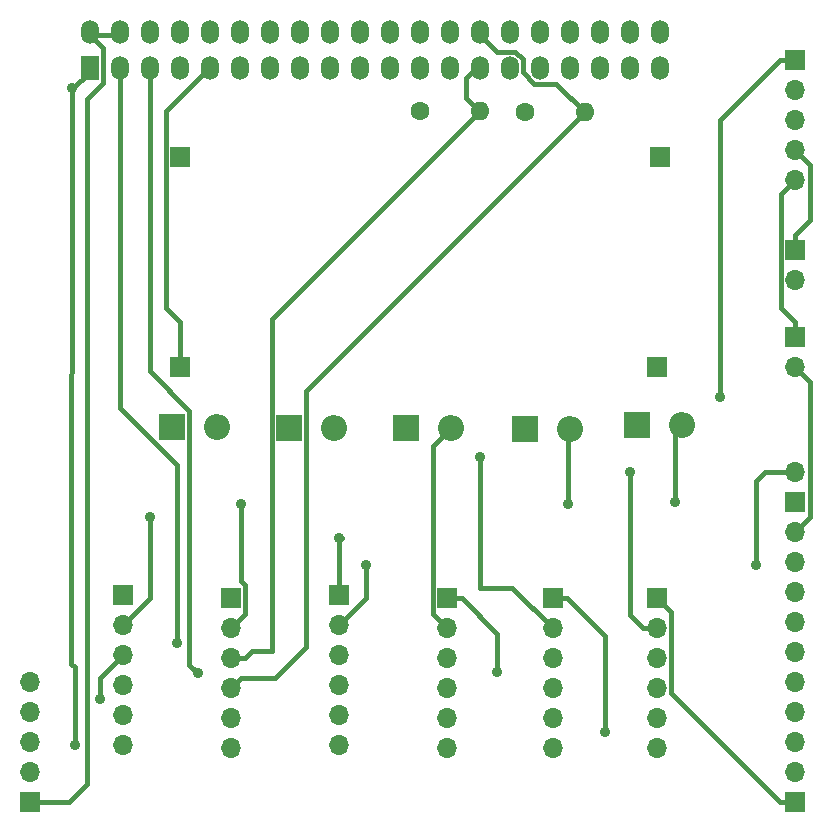
<source format=gbr>
G04 #@! TF.GenerationSoftware,KiCad,Pcbnew,(5.0.1)-4*
G04 #@! TF.CreationDate,2018-12-13T18:51:49-05:00*
G04 #@! TF.ProjectId,pihat_template,70696861745F74656D706C6174652E6B,B1.1*
G04 #@! TF.SameCoordinates,Original*
G04 #@! TF.FileFunction,Copper,L1,Top,Signal*
G04 #@! TF.FilePolarity,Positive*
%FSLAX46Y46*%
G04 Gerber Fmt 4.6, Leading zero omitted, Abs format (unit mm)*
G04 Created by KiCad (PCBNEW (5.0.1)-4) date 12/13/2018 6:51:49 PM*
%MOMM*%
%LPD*%
G01*
G04 APERTURE LIST*
G04 #@! TA.AperFunction,ComponentPad*
%ADD10R,1.700000X1.700000*%
G04 #@! TD*
G04 #@! TA.AperFunction,ComponentPad*
%ADD11O,1.700000X1.700000*%
G04 #@! TD*
G04 #@! TA.AperFunction,ComponentPad*
%ADD12O,1.600000X1.600000*%
G04 #@! TD*
G04 #@! TA.AperFunction,ComponentPad*
%ADD13C,1.600000*%
G04 #@! TD*
G04 #@! TA.AperFunction,ComponentPad*
%ADD14O,2.200000X2.200000*%
G04 #@! TD*
G04 #@! TA.AperFunction,ComponentPad*
%ADD15R,2.200000X2.200000*%
G04 #@! TD*
G04 #@! TA.AperFunction,ComponentPad*
%ADD16R,1.524000X1.998980*%
G04 #@! TD*
G04 #@! TA.AperFunction,ComponentPad*
%ADD17O,1.524000X1.998980*%
G04 #@! TD*
G04 #@! TA.AperFunction,ViaPad*
%ADD18C,0.889000*%
G04 #@! TD*
G04 #@! TA.AperFunction,Conductor*
%ADD19C,0.400000*%
G04 #@! TD*
G04 APERTURE END LIST*
D10*
G04 #@! TO.P,J11,1*
G04 #@! TO.N,X-In*
X125248000Y-121258000D03*
D11*
G04 #@! TO.P,J11,2*
G04 #@! TO.N,X-Out*
X125248000Y-123798000D03*
G04 #@! TO.P,J11,3*
G04 #@! TO.N,SDA_3*
X125248000Y-126338000D03*
G04 #@! TO.P,J11,4*
G04 #@! TO.N,SCL_3*
X125248000Y-128878000D03*
G04 #@! TO.P,J11,5*
G04 #@! TO.N,GND*
X125248000Y-131418000D03*
G04 #@! TO.P,J11,6*
G04 #@! TO.N,+3V3*
X125248000Y-133958000D03*
G04 #@! TD*
D10*
G04 #@! TO.P,OUT-,1*
G04 #@! TO.N,GND*
X161316000Y-101700000D03*
G04 #@! TD*
G04 #@! TO.P,IN+,1*
G04 #@! TO.N,Net-(J13-Pad1)*
X120930000Y-83920000D03*
G04 #@! TD*
G04 #@! TO.P,IN-,1*
G04 #@! TO.N,GND*
X120930000Y-101700000D03*
G04 #@! TD*
G04 #@! TO.P,OUT+,1*
G04 #@! TO.N,Net-(J15-Pad1)*
X161570000Y-83920000D03*
G04 #@! TD*
G04 #@! TO.P,J6,1*
G04 #@! TO.N,+5V*
X108230000Y-138530000D03*
D11*
G04 #@! TO.P,J6,2*
G04 #@! TO.N,+3V3*
X108230000Y-135990000D03*
G04 #@! TO.P,J6,3*
G04 #@! TO.N,GND*
X108230000Y-133450000D03*
G04 #@! TO.P,J6,4*
G04 #@! TO.N,SDA_3*
X108230000Y-130910000D03*
G04 #@! TO.P,J6,5*
G04 #@! TO.N,SCL_3*
X108230000Y-128370000D03*
G04 #@! TD*
D12*
G04 #@! TO.P,R1,2*
G04 #@! TO.N,SCL_3*
X155220000Y-80110000D03*
D13*
G04 #@! TO.P,R1,1*
G04 #@! TO.N,+3V3*
X150140000Y-80110000D03*
G04 #@! TD*
G04 #@! TO.P,R2,1*
G04 #@! TO.N,+3V3*
X141250000Y-80046500D03*
D12*
G04 #@! TO.P,R2,2*
G04 #@! TO.N,SDA_3*
X146330000Y-80046500D03*
G04 #@! TD*
D10*
G04 #@! TO.P,J2,1*
G04 #@! TO.N,VbattIn*
X173000000Y-113130000D03*
D11*
G04 #@! TO.P,J2,2*
G04 #@! TO.N,VbattOut*
X173000000Y-110590000D03*
G04 #@! TD*
G04 #@! TO.P,J4,2*
G04 #@! TO.N,GND*
X173000000Y-94334000D03*
D10*
G04 #@! TO.P,J4,1*
G04 #@! TO.N,Net-(J3-Pad1)*
X173000000Y-91794000D03*
G04 #@! TD*
G04 #@! TO.P,J3,1*
G04 #@! TO.N,Net-(J4-Pad1)*
X173000000Y-99160000D03*
D11*
G04 #@! TO.P,J3,2*
G04 #@! TO.N,GND*
X173000000Y-101700000D03*
G04 #@! TD*
D10*
G04 #@! TO.P,J10,1*
G04 #@! TO.N,VbattIn*
X134392000Y-121004000D03*
D11*
G04 #@! TO.P,J10,2*
G04 #@! TO.N,VbattOut*
X134392000Y-123544000D03*
G04 #@! TO.P,J10,3*
G04 #@! TO.N,SDA_1*
X134392000Y-126084000D03*
G04 #@! TO.P,J10,4*
G04 #@! TO.N,SCL_1*
X134392000Y-128624000D03*
G04 #@! TO.P,J10,5*
G04 #@! TO.N,GND*
X134392000Y-131164000D03*
G04 #@! TO.P,J10,6*
G04 #@! TO.N,+3V3*
X134392000Y-133704000D03*
G04 #@! TD*
G04 #@! TO.P,J12,6*
G04 #@! TO.N,+3V3*
X116104000Y-133704000D03*
G04 #@! TO.P,J12,5*
G04 #@! TO.N,GND*
X116104000Y-131164000D03*
G04 #@! TO.P,J12,4*
G04 #@! TO.N,SCL_3*
X116104000Y-128624000D03*
G04 #@! TO.P,J12,3*
G04 #@! TO.N,SDA_3*
X116104000Y-126084000D03*
G04 #@! TO.P,J12,2*
G04 #@! TO.N,Y-Out*
X116104000Y-123544000D03*
D10*
G04 #@! TO.P,J12,1*
G04 #@! TO.N,Y-In*
X116104000Y-121004000D03*
G04 #@! TD*
G04 #@! TO.P,J8,1*
G04 #@! TO.N,Y+In*
X152489500Y-121258000D03*
D11*
G04 #@! TO.P,J8,2*
G04 #@! TO.N,Y+Out*
X152489500Y-123798000D03*
G04 #@! TO.P,J8,3*
G04 #@! TO.N,SDA_1*
X152489500Y-126338000D03*
G04 #@! TO.P,J8,4*
G04 #@! TO.N,SCL_1*
X152489500Y-128878000D03*
G04 #@! TO.P,J8,5*
G04 #@! TO.N,GND*
X152489500Y-131418000D03*
G04 #@! TO.P,J8,6*
G04 #@! TO.N,+3V3*
X152489500Y-133958000D03*
G04 #@! TD*
G04 #@! TO.P,J7,6*
G04 #@! TO.N,+3V3*
X161316000Y-133958000D03*
G04 #@! TO.P,J7,5*
G04 #@! TO.N,GND*
X161316000Y-131418000D03*
G04 #@! TO.P,J7,4*
G04 #@! TO.N,SCL_1*
X161316000Y-128878000D03*
G04 #@! TO.P,J7,3*
G04 #@! TO.N,SDA_1*
X161316000Y-126338000D03*
G04 #@! TO.P,J7,2*
G04 #@! TO.N,X+Out*
X161316000Y-123798000D03*
D10*
G04 #@! TO.P,J7,1*
G04 #@! TO.N,X+In*
X161316000Y-121258000D03*
G04 #@! TD*
G04 #@! TO.P,J9,1*
G04 #@! TO.N,Z+In*
X143536000Y-121258000D03*
D11*
G04 #@! TO.P,J9,2*
G04 #@! TO.N,Z+Out*
X143536000Y-123798000D03*
G04 #@! TO.P,J9,3*
G04 #@! TO.N,SDA_1*
X143536000Y-126338000D03*
G04 #@! TO.P,J9,4*
G04 #@! TO.N,SCL_1*
X143536000Y-128878000D03*
G04 #@! TO.P,J9,5*
G04 #@! TO.N,GND*
X143536000Y-131418000D03*
G04 #@! TO.P,J9,6*
G04 #@! TO.N,+3V3*
X143536000Y-133958000D03*
G04 #@! TD*
D10*
G04 #@! TO.P,J1,1*
G04 #@! TO.N,X+In*
X173000000Y-138530000D03*
D11*
G04 #@! TO.P,J1,2*
G04 #@! TO.N,GND*
X173000000Y-135990000D03*
G04 #@! TO.P,J1,3*
G04 #@! TO.N,Y+In*
X173000000Y-133450000D03*
G04 #@! TO.P,J1,4*
G04 #@! TO.N,GND*
X173000000Y-130910000D03*
G04 #@! TO.P,J1,5*
G04 #@! TO.N,Z+In*
X173000000Y-128370000D03*
G04 #@! TO.P,J1,6*
G04 #@! TO.N,GND*
X173000000Y-125830000D03*
G04 #@! TO.P,J1,7*
G04 #@! TO.N,X-In*
X173000000Y-123290000D03*
G04 #@! TO.P,J1,8*
G04 #@! TO.N,GND*
X173000000Y-120750000D03*
G04 #@! TO.P,J1,9*
G04 #@! TO.N,Y-In*
X173000000Y-118210000D03*
G04 #@! TO.P,J1,10*
G04 #@! TO.N,GND*
X173000000Y-115670000D03*
G04 #@! TD*
D14*
G04 #@! TO.P,D4,2*
G04 #@! TO.N,X-Out*
X153950000Y-106907000D03*
D15*
G04 #@! TO.P,D4,1*
G04 #@! TO.N,Net-(D1-Pad1)*
X150140000Y-106907000D03*
G04 #@! TD*
G04 #@! TO.P,D3,1*
G04 #@! TO.N,Net-(D1-Pad1)*
X140043500Y-106843500D03*
D14*
G04 #@! TO.P,D3,2*
G04 #@! TO.N,Z+Out*
X143853500Y-106843500D03*
G04 #@! TD*
G04 #@! TO.P,D5,2*
G04 #@! TO.N,Y-Out*
X163411500Y-106589500D03*
D15*
G04 #@! TO.P,D5,1*
G04 #@! TO.N,Net-(D1-Pad1)*
X159601500Y-106589500D03*
G04 #@! TD*
G04 #@! TO.P,D2,1*
G04 #@! TO.N,Net-(D1-Pad1)*
X130201000Y-106843500D03*
D14*
G04 #@! TO.P,D2,2*
G04 #@! TO.N,Y+Out*
X134011000Y-106843500D03*
G04 #@! TD*
D10*
G04 #@! TO.P,J5,1*
G04 #@! TO.N,Net-(D1-Pad1)*
X173000000Y-75665000D03*
D11*
G04 #@! TO.P,J5,2*
G04 #@! TO.N,Net-(J13-Pad1)*
X173000000Y-78205000D03*
G04 #@! TO.P,J5,3*
G04 #@! TO.N,Net-(J15-Pad1)*
X173000000Y-80745000D03*
G04 #@! TO.P,J5,4*
G04 #@! TO.N,Net-(J3-Pad1)*
X173000000Y-83285000D03*
G04 #@! TO.P,J5,5*
G04 #@! TO.N,Net-(J4-Pad1)*
X173000000Y-85825000D03*
G04 #@! TD*
D15*
G04 #@! TO.P,D1,1*
G04 #@! TO.N,Net-(D1-Pad1)*
X120295000Y-106780000D03*
D14*
G04 #@! TO.P,D1,2*
G04 #@! TO.N,X+Out*
X124105000Y-106780000D03*
G04 #@! TD*
D16*
G04 #@! TO.P,GPIO,1*
G04 #@! TO.N,+3V3*
X113290000Y-76338920D03*
D17*
G04 #@! TO.P,GPIO,2*
G04 #@! TO.N,+5V*
X113290000Y-73301080D03*
G04 #@! TO.P,GPIO,3*
G04 #@! TO.N,SDA_1*
X115830000Y-76338920D03*
G04 #@! TO.P,GPIO,4*
G04 #@! TO.N,+5V*
X115830000Y-73301080D03*
G04 #@! TO.P,GPIO,5*
G04 #@! TO.N,SCL_1*
X118370000Y-76338920D03*
G04 #@! TO.P,GPIO,6*
G04 #@! TO.N,GND*
X118370000Y-73301080D03*
G04 #@! TO.P,GPIO,7*
G04 #@! TO.N,Net-(P3-Pad7)*
X120910000Y-76338920D03*
G04 #@! TO.P,GPIO,8*
G04 #@! TO.N,Net-(P3-Pad8)*
X120910000Y-73301080D03*
G04 #@! TO.P,GPIO,9*
G04 #@! TO.N,GND*
X123450000Y-76338920D03*
G04 #@! TO.P,GPIO,10*
G04 #@! TO.N,Net-(P3-Pad10)*
X123450000Y-73301080D03*
G04 #@! TO.P,GPIO,11*
G04 #@! TO.N,Net-(P3-Pad11)*
X125990000Y-76338920D03*
G04 #@! TO.P,GPIO,12*
G04 #@! TO.N,Net-(P3-Pad12)*
X125990000Y-73301080D03*
G04 #@! TO.P,GPIO,13*
G04 #@! TO.N,Net-(P3-Pad13)*
X128530000Y-76338920D03*
G04 #@! TO.P,GPIO,14*
G04 #@! TO.N,GND*
X128530000Y-73301080D03*
G04 #@! TO.P,GPIO,15*
G04 #@! TO.N,Net-(P3-Pad15)*
X131070000Y-76338920D03*
G04 #@! TO.P,GPIO,16*
G04 #@! TO.N,Net-(P3-Pad16)*
X131070000Y-73301080D03*
G04 #@! TO.P,GPIO,17*
G04 #@! TO.N,Net-(P3-Pad17)*
X133610000Y-76338920D03*
G04 #@! TO.P,GPIO,18*
G04 #@! TO.N,Net-(P3-Pad18)*
X133610000Y-73301080D03*
G04 #@! TO.P,GPIO,19*
G04 #@! TO.N,Net-(P3-Pad19)*
X136150000Y-76338920D03*
G04 #@! TO.P,GPIO,20*
G04 #@! TO.N,GND*
X136150000Y-73301080D03*
G04 #@! TO.P,GPIO,21*
G04 #@! TO.N,Net-(P3-Pad21)*
X138690000Y-76338920D03*
G04 #@! TO.P,GPIO,22*
G04 #@! TO.N,Net-(P3-Pad22)*
X138690000Y-73301080D03*
G04 #@! TO.P,GPIO,23*
G04 #@! TO.N,Net-(P3-Pad23)*
X141230000Y-76338920D03*
G04 #@! TO.P,GPIO,24*
G04 #@! TO.N,Net-(P3-Pad24)*
X141230000Y-73301080D03*
G04 #@! TO.P,GPIO,25*
G04 #@! TO.N,GND*
X143770000Y-76338920D03*
G04 #@! TO.P,GPIO,26*
G04 #@! TO.N,Net-(P3-Pad26)*
X143770000Y-73301080D03*
G04 #@! TO.P,GPIO,27*
G04 #@! TO.N,SDA_3*
X146310000Y-76338920D03*
G04 #@! TO.P,GPIO,28*
G04 #@! TO.N,SCL_3*
X146310000Y-73301080D03*
G04 #@! TO.P,GPIO,29*
G04 #@! TO.N,Net-(P3-Pad29)*
X148850000Y-76338920D03*
G04 #@! TO.P,GPIO,30*
G04 #@! TO.N,GND*
X148850000Y-73301080D03*
G04 #@! TO.P,GPIO,31*
G04 #@! TO.N,Net-(P3-Pad31)*
X151390000Y-76338920D03*
G04 #@! TO.P,GPIO,32*
G04 #@! TO.N,Net-(P3-Pad32)*
X151390000Y-73301080D03*
G04 #@! TO.P,GPIO,33*
G04 #@! TO.N,Net-(P3-Pad33)*
X153930000Y-76338920D03*
G04 #@! TO.P,GPIO,34*
G04 #@! TO.N,GND*
X153930000Y-73301080D03*
G04 #@! TO.P,GPIO,35*
G04 #@! TO.N,Net-(P3-Pad35)*
X156470000Y-76338920D03*
G04 #@! TO.P,GPIO,36*
G04 #@! TO.N,Net-(P3-Pad36)*
X156470000Y-73301080D03*
G04 #@! TO.P,GPIO,37*
G04 #@! TO.N,Net-(P3-Pad37)*
X159010000Y-76338920D03*
G04 #@! TO.P,GPIO,38*
G04 #@! TO.N,N/C*
X159010000Y-73301080D03*
G04 #@! TO.P,GPIO,39*
G04 #@! TO.N,GND*
X161550000Y-76338920D03*
G04 #@! TO.P,GPIO,40*
G04 #@! TO.N,Net-(P3-Pad40)*
X161550000Y-73301080D03*
G04 #@! TD*
D18*
G04 #@! TO.N,SDA_1*
X120676000Y-125068000D03*
G04 #@! TO.N,SCL_1*
X122454000Y-127608000D03*
G04 #@! TO.N,Net-(D1-Pad1)*
X166650000Y-104240000D03*
G04 #@! TO.N,X+Out*
X159030000Y-110590000D03*
G04 #@! TO.N,Y+In*
X156928001Y-132618001D03*
G04 #@! TO.N,Z+In*
X147784001Y-127538001D03*
G04 #@! TO.N,VbattIn*
X134392000Y-116178000D03*
G04 #@! TO.N,VbattOut*
X169751928Y-118410072D03*
X136678000Y-118464000D03*
G04 #@! TO.N,+3V3*
X112040000Y-133704000D03*
X111786000Y-78078000D03*
G04 #@! TO.N,Y+Out*
X146330000Y-109320000D03*
G04 #@! TO.N,Y-Out*
X118390000Y-114400000D03*
X118390000Y-114400000D03*
X162840000Y-113130000D03*
G04 #@! TO.N,X-Out*
X126130501Y-113250501D03*
X126130501Y-113250501D03*
X153829499Y-113250501D03*
G04 #@! TO.N,SDA_3*
X114159999Y-129806001D03*
G04 #@! TD*
D19*
G04 #@! TO.N,GND*
X123450000Y-76090000D02*
X123450000Y-76320000D01*
X120930000Y-97910000D02*
X120930000Y-99160000D01*
X119729999Y-96709999D02*
X120930000Y-97910000D01*
X119729999Y-80040001D02*
X119729999Y-96709999D01*
X123450000Y-76320000D02*
X119729999Y-80040001D01*
X173849999Y-114820001D02*
X173000000Y-115670000D01*
X174270000Y-114400000D02*
X173849999Y-114820001D01*
X174270000Y-102970000D02*
X174270000Y-114400000D01*
X173000000Y-101700000D02*
X174270000Y-102970000D01*
X120930000Y-99160000D02*
X120930000Y-101700000D01*
G04 #@! TO.N,+5V*
X113290000Y-73550000D02*
X115830000Y-73550000D01*
X114402001Y-74662001D02*
X113290000Y-73550000D01*
X114402001Y-77618411D02*
X114402001Y-74662001D01*
X113056000Y-78964412D02*
X114402001Y-77618411D01*
X113056000Y-137006000D02*
X113056000Y-78964412D01*
X108230000Y-138530000D02*
X111532000Y-138530000D01*
X111532000Y-138530000D02*
X113056000Y-137006000D01*
G04 #@! TO.N,SDA_1*
X115830000Y-105145002D02*
X115830000Y-76090000D01*
X120676000Y-109991002D02*
X120676000Y-125068000D01*
X115830000Y-105145002D02*
X120676000Y-109991002D01*
G04 #@! TO.N,SCL_1*
X118370000Y-102024998D02*
X118370000Y-76090000D01*
X121745001Y-105399999D02*
X118370000Y-102024998D01*
X121745001Y-126899001D02*
X121745001Y-105399999D01*
X122454000Y-127608000D02*
X121745001Y-126899001D01*
G04 #@! TO.N,Net-(D1-Pad1)*
X171750000Y-75665000D02*
X173000000Y-75665000D01*
X166650000Y-80765000D02*
X171750000Y-75665000D01*
X166650000Y-104240000D02*
X166650000Y-80765000D01*
G04 #@! TO.N,X+Out*
X159030000Y-110590000D02*
X159030000Y-110590000D01*
X159030000Y-111218617D02*
X159030000Y-110590000D01*
X159030000Y-122714081D02*
X159030000Y-111218617D01*
X160113919Y-123798000D02*
X159030000Y-122714081D01*
X161316000Y-123798000D02*
X160113919Y-123798000D01*
G04 #@! TO.N,X+In*
X162516001Y-122458001D02*
X161316000Y-121258000D01*
X162516001Y-129296001D02*
X162516001Y-122458001D01*
X171750000Y-138530000D02*
X162516001Y-129296001D01*
X173000000Y-138530000D02*
X171750000Y-138530000D01*
G04 #@! TO.N,Y+In*
X153739500Y-121258000D02*
X152489500Y-121258000D01*
X156928001Y-124446501D02*
X153739500Y-121258000D01*
X156928001Y-132618001D02*
X156928001Y-124446501D01*
G04 #@! TO.N,Z+In*
X144786000Y-121258000D02*
X143536000Y-121258000D01*
X147784001Y-124256001D02*
X144786000Y-121258000D01*
X147784001Y-127538001D02*
X147784001Y-124256001D01*
G04 #@! TO.N,VbattIn*
X134392000Y-121004000D02*
X134392000Y-116178000D01*
X134392000Y-115924000D02*
X134646000Y-116178000D01*
X134392000Y-116178000D02*
X134392000Y-115924000D01*
G04 #@! TO.N,VbattOut*
X170460000Y-110590000D02*
X173000000Y-110590000D01*
X169751928Y-111298072D02*
X170460000Y-110590000D01*
X169751928Y-111298072D02*
X169751928Y-118410072D01*
X169751928Y-118210000D02*
X169751928Y-118410072D01*
X169751928Y-118410072D02*
X169751928Y-118210000D01*
X136678000Y-121258000D02*
X134392000Y-123544000D01*
X136678000Y-118464000D02*
X136678000Y-121258000D01*
G04 #@! TO.N,+3V3*
X113290000Y-76090000D02*
X113290000Y-76574000D01*
X112040000Y-133704000D02*
X112040000Y-133704000D01*
X112040000Y-127608000D02*
X112040000Y-133704000D01*
X112040000Y-127100000D02*
X112040000Y-127608000D01*
X111737952Y-126797952D02*
X112040000Y-127100000D01*
X111786000Y-78078000D02*
X111737952Y-126797952D01*
X113290000Y-76090000D02*
X113290000Y-76828000D01*
X113290000Y-76828000D02*
X111786000Y-78078000D01*
G04 #@! TO.N,Y+Out*
X146330000Y-109320000D02*
X146330000Y-109320000D01*
X146330000Y-120369000D02*
X146330000Y-119480000D01*
X146330000Y-120369000D02*
X146330000Y-118210000D01*
X146330000Y-119099000D02*
X146330000Y-118210000D01*
X146330000Y-118210000D02*
X146330000Y-109320000D01*
X149060500Y-120369000D02*
X152489500Y-123798000D01*
X146330000Y-120369000D02*
X149060500Y-120369000D01*
G04 #@! TO.N,Y-Out*
X118390000Y-114400000D02*
X118390000Y-114400000D01*
X118390000Y-114400000D02*
X118390000Y-114400000D01*
X162840000Y-107161000D02*
X163411500Y-106589500D01*
X162840000Y-113130000D02*
X162840000Y-107161000D01*
X118390000Y-121258000D02*
X118390000Y-114400000D01*
X116104000Y-123544000D02*
X118390000Y-121258000D01*
G04 #@! TO.N,Z+Out*
X142753501Y-107943499D02*
X143853500Y-106843500D01*
X142335999Y-108361001D02*
X142753501Y-107943499D01*
X142335999Y-122597999D02*
X142335999Y-108361001D01*
X143536000Y-123798000D02*
X142335999Y-122597999D01*
G04 #@! TO.N,X-Out*
X126130501Y-113250501D02*
X126010000Y-113130000D01*
X126130501Y-113250501D02*
X126130501Y-113250501D01*
X126130501Y-113250501D02*
X126130501Y-113250501D01*
X153829499Y-107027501D02*
X153950000Y-106907000D01*
X153829499Y-113250501D02*
X153829499Y-107027501D01*
X126097999Y-122948001D02*
X125248000Y-123798000D01*
X126448001Y-122597999D02*
X126097999Y-122948001D01*
X126448001Y-120127999D02*
X126448001Y-122597999D01*
X126130501Y-119810499D02*
X126448001Y-120127999D01*
X126130501Y-113250501D02*
X126130501Y-119810499D01*
G04 #@! TO.N,Net-(J3-Pad1)*
X173000000Y-90544000D02*
X173000000Y-91794000D01*
X174270000Y-89274000D02*
X173000000Y-90544000D01*
X174270000Y-84555000D02*
X174270000Y-89274000D01*
X173000000Y-83285000D02*
X174270000Y-84555000D01*
G04 #@! TO.N,Net-(J4-Pad1)*
X172150001Y-86674999D02*
X173000000Y-85825000D01*
X171799999Y-87025001D02*
X172150001Y-86674999D01*
X171799999Y-96709999D02*
X171799999Y-87025001D01*
X173000000Y-97910000D02*
X171799999Y-96709999D01*
X173000000Y-99160000D02*
X173000000Y-97910000D01*
G04 #@! TO.N,SDA_3*
X145530001Y-80846499D02*
X146330000Y-80046500D01*
X128750999Y-97625501D02*
X145530001Y-80846499D01*
X128750999Y-125756001D02*
X128750999Y-97625501D01*
X145197990Y-77202010D02*
X146310000Y-76090000D01*
X145197990Y-78914490D02*
X145197990Y-77202010D01*
X146330000Y-80046500D02*
X145197990Y-78914490D01*
X114159999Y-128028001D02*
X116104000Y-126084000D01*
X114159999Y-129806001D02*
X114159999Y-128028001D01*
X127032080Y-125756001D02*
X128750999Y-125756001D01*
X126450081Y-126338000D02*
X127032080Y-125756001D01*
X125248000Y-126338000D02*
X126450081Y-126338000D01*
G04 #@! TO.N,SCL_3*
X147749420Y-74989420D02*
X146310000Y-73550000D01*
X149310609Y-74989420D02*
X147749420Y-74989420D01*
X149962010Y-75640821D02*
X149310609Y-74989420D01*
X149962010Y-76721039D02*
X149962010Y-75640821D01*
X150929391Y-77688420D02*
X149962010Y-76721039D01*
X152798420Y-77688420D02*
X150929391Y-77688420D01*
X155220000Y-80110000D02*
X152798420Y-77688420D01*
X154420001Y-80909999D02*
X155220000Y-80110000D01*
X131651001Y-103678999D02*
X154420001Y-80909999D01*
X131651001Y-125395999D02*
X131651001Y-103678999D01*
X129018999Y-128028001D02*
X131651001Y-125395999D01*
X126097999Y-128028001D02*
X129018999Y-128028001D01*
X125248000Y-128878000D02*
X126097999Y-128028001D01*
G04 #@! TD*
M02*

</source>
